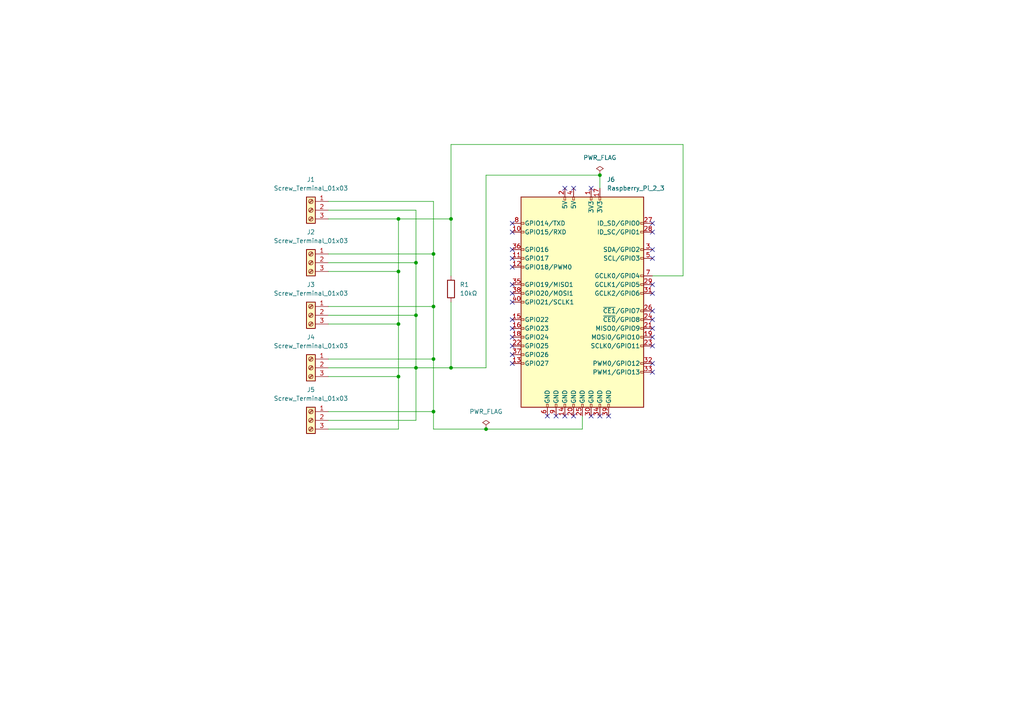
<source format=kicad_sch>
(kicad_sch (version 20211123) (generator eeschema)
  (paper "A4")
  (title_block (title "Raspbery Pi Zero - Thermometer HAT PCB") (date "2022-02-10") (company "Tomas Krojzl"))
  (lib_symbols
    (symbol "Connector:Raspberry_Pi_2_3" (pin_names (offset 1.016))
      (property "Reference" "J" (at -17.78 31.75 0))
      (property "Value" "Raspberry_Pi_2_3" (at 10.16 -31.75 0))
      (symbol "Raspberry_Pi_2_3_0_1"
        (rectangle (start -17.78 30.48) (end 17.78 -30.48) (stroke (width 0.254)) (fill (type background)))
      )
      (symbol "Raspberry_Pi_2_3_1_1"
        (rectangle (start -16.891 -17.526) (end -17.78 -18.034))
        (rectangle (start -16.891 -14.986) (end -17.78 -15.494))
        (rectangle (start -16.891 -12.446) (end -17.78 -12.954))
        (rectangle (start -16.891 -9.906) (end -17.78 -10.414))
        (rectangle (start -16.891 -7.366) (end -17.78 -7.874))
        (rectangle (start -16.891 -4.826) (end -17.78 -5.334))
        (rectangle (start -16.891 0.254) (end -17.78 -0.254))
        (rectangle (start -16.891 2.794) (end -17.78 2.286))
        (rectangle (start -16.891 5.334) (end -17.78 4.826))
        (rectangle (start -16.891 10.414) (end -17.78 9.906))
        (rectangle (start -16.891 12.954) (end -17.78 12.446))
        (rectangle (start -16.891 15.494) (end -17.78 14.986))
        (rectangle (start -16.891 20.574) (end -17.78 20.066))
        (rectangle (start -16.891 23.114) (end -17.78 22.606))
        (rectangle (start -10.414 -29.591) (end -9.906 -30.48))
        (rectangle (start -7.874 -29.591) (end -7.366 -30.48))
        (rectangle (start -5.334 -29.591) (end -4.826 -30.48))
        (rectangle (start -5.334 30.48) (end -4.826 29.591))
        (rectangle (start -2.794 -29.591) (end -2.286 -30.48))
        (rectangle (start -2.794 30.48) (end -2.286 29.591))
        (rectangle (start -0.254 -29.591) (end 0.254 -30.48))
        (rectangle (start 2.286 -29.591) (end 2.794 -30.48))
        (rectangle (start 2.286 30.48) (end 2.794 29.591))
        (rectangle (start 4.826 -29.591) (end 5.334 -30.48))
        (rectangle (start 4.826 30.48) (end 5.334 29.591))
        (rectangle (start 7.366 -29.591) (end 7.874 -30.48))
        (rectangle (start 17.78 -20.066) (end 16.891 -20.574))
        (rectangle (start 17.78 -17.526) (end 16.891 -18.034))
        (rectangle (start 17.78 -12.446) (end 16.891 -12.954))
        (rectangle (start 17.78 -9.906) (end 16.891 -10.414))
        (rectangle (start 17.78 -7.366) (end 16.891 -7.874))
        (rectangle (start 17.78 -4.826) (end 16.891 -5.334))
        (rectangle (start 17.78 -2.286) (end 16.891 -2.794))
        (rectangle (start 17.78 2.794) (end 16.891 2.286))
        (rectangle (start 17.78 5.334) (end 16.891 4.826))
        (rectangle (start 17.78 7.874) (end 16.891 7.366))
        (rectangle (start 17.78 12.954) (end 16.891 12.446))
        (rectangle (start 17.78 15.494) (end 16.891 14.986))
        (rectangle (start 17.78 20.574) (end 16.891 20.066))
        (rectangle (start 17.78 23.114) (end 16.891 22.606))
        (pin power_in line (at 2.54 33.02 270) (length 2.54) (name "3V3") (number "1"))
        (pin bidirectional line (at -20.32 20.32 0) (length 2.54) (name "GPIO15/RXD") (number "10"))
        (pin bidirectional line (at -20.32 12.7 0) (length 2.54) (name "GPIO17") (number "11"))
        (pin bidirectional line (at -20.32 10.16 0) (length 2.54) (name "GPIO18/PWM0") (number "12"))
        (pin bidirectional line (at -20.32 -17.78 0) (length 2.54) (name "GPIO27") (number "13"))
        (pin power_in line (at -5.08 -33.02 90) (length 2.54) (name "GND") (number "14"))
        (pin bidirectional line (at -20.32 -5.08 0) (length 2.54) (name "GPIO22") (number "15"))
        (pin bidirectional line (at -20.32 -7.62 0) (length 2.54) (name "GPIO23") (number "16"))
        (pin power_in line (at 5.08 33.02 270) (length 2.54) (name "3V3") (number "17"))
        (pin bidirectional line (at -20.32 -10.16 0) (length 2.54) (name "GPIO24") (number "18"))
        (pin bidirectional line (at 20.32 -10.16 180) (length 2.54) (name "MOSI0/GPIO10") (number "19"))
        (pin power_in line (at -5.08 33.02 270) (length 2.54) (name "5V") (number "2"))
        (pin power_in line (at -2.54 -33.02 90) (length 2.54) (name "GND") (number "20"))
        (pin bidirectional line (at 20.32 -7.62 180) (length 2.54) (name "MISO0/GPIO9") (number "21"))
        (pin bidirectional line (at -20.32 -12.7 0) (length 2.54) (name "GPIO25") (number "22"))
        (pin bidirectional line (at 20.32 -12.7 180) (length 2.54) (name "SCLK0/GPIO11") (number "23"))
        (pin bidirectional line (at 20.32 -5.08 180) (length 2.54) (name "~{CE0}/GPIO8") (number "24"))
        (pin power_in line (at 0 -33.02 90) (length 2.54) (name "GND") (number "25"))
        (pin bidirectional line (at 20.32 -2.54 180) (length 2.54) (name "~{CE1}/GPIO7") (number "26"))
        (pin bidirectional line (at 20.32 22.86 180) (length 2.54) (name "ID_SD/GPIO0") (number "27"))
        (pin bidirectional line (at 20.32 20.32 180) (length 2.54) (name "ID_SC/GPIO1") (number "28"))
        (pin bidirectional line (at 20.32 5.08 180) (length 2.54) (name "GCLK1/GPIO5") (number "29"))
        (pin bidirectional line (at 20.32 15.24 180) (length 2.54) (name "SDA/GPIO2") (number "3"))
        (pin power_in line (at 2.54 -33.02 90) (length 2.54) (name "GND") (number "30"))
        (pin bidirectional line (at 20.32 2.54 180) (length 2.54) (name "GCLK2/GPIO6") (number "31"))
        (pin bidirectional line (at 20.32 -17.78 180) (length 2.54) (name "PWM0/GPIO12") (number "32"))
        (pin bidirectional line (at 20.32 -20.32 180) (length 2.54) (name "PWM1/GPIO13") (number "33"))
        (pin power_in line (at 5.08 -33.02 90) (length 2.54) (name "GND") (number "34"))
        (pin bidirectional line (at -20.32 5.08 0) (length 2.54) (name "GPIO19/MISO1") (number "35"))
        (pin bidirectional line (at -20.32 15.24 0) (length 2.54) (name "GPIO16") (number "36"))
        (pin bidirectional line (at -20.32 -15.24 0) (length 2.54) (name "GPIO26") (number "37"))
        (pin bidirectional line (at -20.32 2.54 0) (length 2.54) (name "GPIO20/MOSI1") (number "38"))
        (pin power_in line (at 7.62 -33.02 90) (length 2.54) (name "GND") (number "39"))
        (pin power_in line (at -2.54 33.02 270) (length 2.54) (name "5V") (number "4"))
        (pin bidirectional line (at -20.32 0 0) (length 2.54) (name "GPIO21/SCLK1") (number "40"))
        (pin bidirectional line (at 20.32 12.7 180) (length 2.54) (name "SCL/GPIO3") (number "5"))
        (pin power_in line (at -10.16 -33.02 90) (length 2.54) (name "GND") (number "6"))
        (pin bidirectional line (at 20.32 7.62 180) (length 2.54) (name "GCLK0/GPIO4") (number "7"))
        (pin bidirectional line (at -20.32 22.86 0) (length 2.54) (name "GPIO14/TXD") (number "8"))
        (pin power_in line (at -7.62 -33.02 90) (length 2.54) (name "GND") (number "9"))
      )
    )
    (symbol "Connector:Screw_Terminal_01x03" (pin_names (offset 1.016) hide)
      (property "Reference" "J" (at 0 5.08 0))
      (property "Value" "Screw_Terminal_01x03" (at 0 -5.08 0))
      (symbol "Screw_Terminal_01x03_1_1"
        (rectangle (start -1.27 3.81) (end 1.27 -3.81) (stroke (width 0.254)) (fill (type background)))
        (circle (center 0 -2.54) (radius 0.635) (stroke (width 0.1524)))
        (polyline (pts (xy -0.5334 -2.2098) (xy 0.3302 -3.048)) (stroke (width 0.1524)))
        (polyline (pts (xy -0.5334 0.3302) (xy 0.3302 -0.508)) (stroke (width 0.1524)))
        (polyline (pts (xy -0.5334 2.8702) (xy 0.3302 2.032)) (stroke (width 0.1524)))
        (polyline (pts (xy -0.3556 -2.032) (xy 0.508 -2.8702)) (stroke (width 0.1524)))
        (polyline (pts (xy -0.3556 0.508) (xy 0.508 -0.3302)) (stroke (width 0.1524)))
        (polyline (pts (xy -0.3556 3.048) (xy 0.508 2.2098)) (stroke (width 0.1524)))
        (circle (center 0 0) (radius 0.635) (stroke (width 0.1524)))
        (circle (center 0 2.54) (radius 0.635) (stroke (width 0.1524)))
        (pin passive line (at -5.08 2.54 0) (length 3.81) (name "Pin_1") (number "1"))
        (pin passive line (at -5.08 0 0) (length 3.81) (name "Pin_2") (number "2"))
        (pin passive line (at -5.08 -2.54 0) (length 3.81) (name "Pin_3") (number "3"))
      )
    )
    (symbol "Device:R" (pin_numbers hide) (pin_names (offset 0))
      (property "Reference" "R" (at 2.032 0 90))
      (property "Value" "R" (at 0 0 90))
      (symbol "R_0_1"
        (rectangle (start -1.016 -2.54) (end 1.016 2.54) (stroke (width 0.254)))
      )
      (symbol "R_1_1"
        (pin passive line (at 0 3.81 270) (length 1.27) (name "~") (number "1"))
        (pin passive line (at 0 -3.81 90) (length 1.27) (name "~") (number "2"))
      )
    )
    (symbol "power:PWR_FLAG" (power) (pin_numbers hide) (pin_names (offset 0) hide)
      (property "Value" "PWR_FLAG" (at 0 3.81 0))
      (symbol "PWR_FLAG_0_0"
        (pin power_out line (at 0 0 90) (length 0) (name "pwr") (number "1"))
      )
      (symbol "PWR_FLAG_0_1"
        (polyline (pts (xy 0 0) (xy 0 1.27) (xy -1.016 1.905) (xy 0 2.54) (xy 1.016 1.905) (xy 0 1.27)))
      )
    )
  )
  (junction (at 115.57 109.22))
  (junction (at 173.99 50.8))
  (junction (at 125.73 73.66))
  (junction (at 120.65 91.44))
  (junction (at 115.57 63.5))
  (junction (at 125.73 104.14))
  (junction (at 140.97 124.46))
  (junction (at 120.65 76.2))
  (junction (at 120.65 106.68))
  (junction (at 130.81 63.5))
  (junction (at 125.73 119.38))
  (junction (at 115.57 78.74))
  (junction (at 115.57 93.98))
  (junction (at 130.81 106.68))
  (junction (at 125.73 88.9))
  (no_connect (at 171.45 54.61))
  (no_connect (at 166.37 54.61))
  (no_connect (at 189.23 107.95))
  (no_connect (at 189.23 100.33))
  (no_connect (at 189.23 97.79))
  (no_connect (at 189.23 95.25))
  (no_connect (at 189.23 105.41))
  (no_connect (at 158.75 120.65))
  (no_connect (at 161.29 120.65))
  (no_connect (at 163.83 120.65))
  (no_connect (at 166.37 120.65))
  (no_connect (at 189.23 72.39))
  (no_connect (at 189.23 74.93))
  (no_connect (at 189.23 82.55))
  (no_connect (at 189.23 85.09))
  (no_connect (at 189.23 64.77))
  (no_connect (at 189.23 90.17))
  (no_connect (at 189.23 92.71))
  (no_connect (at 189.23 67.31))
  (no_connect (at 171.45 120.65))
  (no_connect (at 173.99 120.65))
  (no_connect (at 176.53 120.65))
  (no_connect (at 163.83 54.61))
  (no_connect (at 148.59 82.55))
  (no_connect (at 148.59 85.09))
  (no_connect (at 148.59 87.63))
  (no_connect (at 148.59 92.71))
  (no_connect (at 148.59 95.25))
  (no_connect (at 148.59 77.47))
  (no_connect (at 148.59 67.31))
  (no_connect (at 148.59 64.77))
  (no_connect (at 148.59 72.39))
  (no_connect (at 148.59 74.93))
  (no_connect (at 148.59 97.79))
  (no_connect (at 148.59 105.41))
  (no_connect (at 148.59 102.87))
  (no_connect (at 148.59 100.33))
  (wire (pts (xy 115.57 93.98) (xy 115.57 109.22)))
  (wire (pts (xy 125.73 58.42) (xy 125.73 73.66)))
  (wire (pts (xy 130.81 87.63) (xy 130.81 106.68)))
  (wire (pts (xy 140.97 124.46) (xy 168.91 124.46)))
  (wire (pts (xy 115.57 78.74) (xy 115.57 93.98)))
  (wire (pts (xy 168.91 120.65) (xy 168.91 124.46)))
  (wire (pts (xy 120.65 60.96) (xy 120.65 76.2)))
  (wire (pts (xy 95.25 60.96) (xy 120.65 60.96)))
  (wire (pts (xy 198.12 41.91) (xy 130.81 41.91)))
  (wire (pts (xy 125.73 73.66) (xy 125.73 88.9)))
  (wire (pts (xy 95.25 78.74) (xy 115.57 78.74)))
  (wire (pts (xy 198.12 80.01) (xy 198.12 41.91)))
  (wire (pts (xy 120.65 91.44) (xy 120.65 106.68)))
  (wire (pts (xy 130.81 106.68) (xy 140.97 106.68)))
  (wire (pts (xy 125.73 88.9) (xy 125.73 104.14)))
  (wire (pts (xy 173.99 54.61) (xy 173.99 50.8)))
  (wire (pts (xy 130.81 63.5) (xy 130.81 80.01)))
  (wire (pts (xy 120.65 76.2) (xy 120.65 91.44)))
  (wire (pts (xy 115.57 63.5) (xy 130.81 63.5)))
  (wire (pts (xy 95.25 76.2) (xy 120.65 76.2)))
  (wire (pts (xy 95.25 93.98) (xy 115.57 93.98)))
  (wire (pts (xy 95.25 119.38) (xy 125.73 119.38)))
  (wire (pts (xy 95.25 91.44) (xy 120.65 91.44)))
  (wire (pts (xy 130.81 41.91) (xy 130.81 63.5)))
  (wire (pts (xy 189.23 80.01) (xy 198.12 80.01)))
  (wire (pts (xy 95.25 121.92) (xy 120.65 121.92)))
  (wire (pts (xy 95.25 73.66) (xy 125.73 73.66)))
  (wire (pts (xy 95.25 58.42) (xy 125.73 58.42)))
  (wire (pts (xy 120.65 106.68) (xy 130.81 106.68)))
  (wire (pts (xy 115.57 109.22) (xy 115.57 124.46)))
  (wire (pts (xy 140.97 50.8) (xy 140.97 106.68)))
  (wire (pts (xy 95.25 109.22) (xy 115.57 109.22)))
  (wire (pts (xy 125.73 119.38) (xy 125.73 124.46)))
  (wire (pts (xy 173.99 50.8) (xy 140.97 50.8)))
  (wire (pts (xy 95.25 104.14) (xy 125.73 104.14)))
  (wire (pts (xy 95.25 106.68) (xy 120.65 106.68)))
  (wire (pts (xy 95.25 124.46) (xy 115.57 124.46)))
  (wire (pts (xy 125.73 124.46) (xy 140.97 124.46)))
  (wire (pts (xy 115.57 63.5) (xy 115.57 78.74)))
  (wire (pts (xy 125.73 104.14) (xy 125.73 119.38)))
  (wire (pts (xy 120.65 106.68) (xy 120.65 121.92)))
  (wire (pts (xy 95.25 88.9) (xy 125.73 88.9)))
  (wire (pts (xy 95.25 63.5) (xy 115.57 63.5)))
  (symbol (lib_id "Connector:Screw_Terminal_01x03") (at 90.17 91.44 0) (mirror y) (unit 1)
    (property "Reference" "J3" (at 90.17 82.55 0))
    (property "Value" "Screw_Terminal_01x03" (at 90.17 85.09 0))
    (property "Footprint" "Connector_Phoenix_MC:PhoenixContact_MC_1,5_3-G-3.5_1x03_P3.50mm_Horizontal" (effects hide))
  )
  (symbol (lib_id "Connector:Screw_Terminal_01x03") (at 90.17 106.68 0) (mirror y) (unit 1)
    (property "Reference" "J4" (at 90.17 97.79 0))
    (property "Value" "Screw_Terminal_01x03" (at 90.17 100.33 0))
    (property "Footprint" "Connector_Phoenix_MC:PhoenixContact_MC_1,5_3-G-3.5_1x03_P3.50mm_Horizontal" (effects hide))
  )
  (symbol (lib_id "Connector:Screw_Terminal_01x03") (at 90.17 60.96 0) (mirror y) (unit 1)
    (property "Reference" "J1" (at 90.17 52.07 0))
    (property "Value" "Screw_Terminal_01x03" (at 90.17 54.61 0))
    (property "Footprint" "Connector_Phoenix_MC:PhoenixContact_MC_1,5_3-G-3.5_1x03_P3.50mm_Horizontal" (effects hide))
  )
  (symbol (lib_id "Connector:Raspberry_Pi_2_3") (at 168.91 87.63 0) (unit 1)
    (property "Reference" "J6" (at 176.0094 52.07 0) (effects (justify left)))
    (property "Value" "Raspberry_Pi_2_3" (at 176.0094 54.61 0) (effects (justify left)))
    (property "Footprint" "pcb-hat-lib:Raspberry_Pi_Zero_Custom_with_Header" (effects hide))
    (property "Datasheet" "https://www.raspberrypi.org/documentation/hardware/raspberrypi/schematics/rpi_SCH_3bplus_1p0_reduced.pdf" (effects hide))
  )
  (symbol (lib_id "Connector:Screw_Terminal_01x03") (at 90.17 76.2 0) (mirror y) (unit 1)
    (property "Reference" "J2" (at 90.17 67.31 0))
    (property "Value" "Screw_Terminal_01x03" (at 90.17 69.85 0))
    (property "Footprint" "Connector_Phoenix_MC:PhoenixContact_MC_1,5_3-G-3.5_1x03_P3.50mm_Horizontal" (effects hide))
  )
  (symbol (lib_id "Device:R") (at 130.81 83.82 0) (unit 1)
    (property "Reference" "R1" (at 133.35 82.5499 0) (effects (justify left)))
    (property "Value" "10kΩ" (at 133.35 85.0899 0) (effects (justify left)))
    (property "Footprint" "Resistor_SMD:R_0805_2012Metric" (effects hide))
  )
  (symbol (lib_id "power:PWR_FLAG") (at 173.99 50.8 0) (unit 1)
    (property "Reference" "#FLG02" (effects hide))
    (property "Value" "PWR_FLAG" (at 173.99 45.72 0))
  )
  (symbol (lib_id "Connector:Screw_Terminal_01x03") (at 90.17 121.92 0) (mirror y) (unit 1)
    (property "Reference" "J5" (at 90.17 113.03 0))
    (property "Value" "Screw_Terminal_01x03" (at 90.17 115.57 0))
    (property "Footprint" "Connector_Phoenix_MC:PhoenixContact_MC_1,5_3-G-3.5_1x03_P3.50mm_Horizontal" (effects hide))
  )
  (symbol (lib_id "power:PWR_FLAG") (at 140.97 124.46 0) (unit 1)
    (property "Reference" "#FLG01" (effects hide))
    (property "Value" "PWR_FLAG" (at 140.97 119.38 0))
  )
)
</source>
